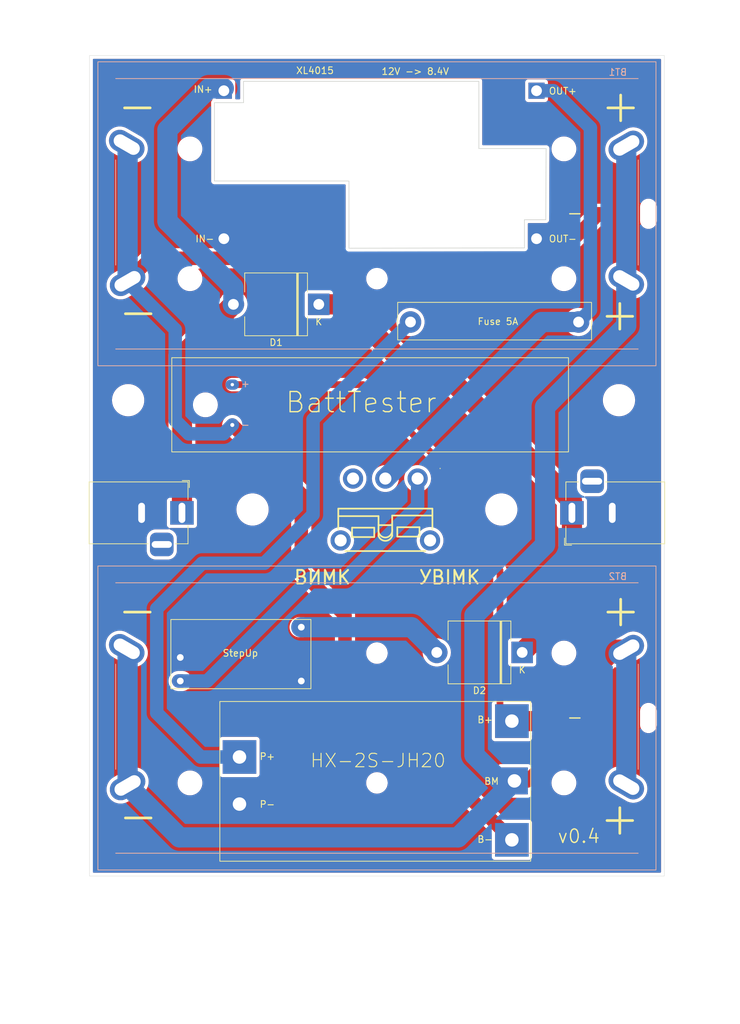
<source format=kicad_pcb>
(kicad_pcb (version 20240108) (generator "pcbnew") (generator_version "8.0")
  (layers (0 "F.Cu" signal) (31 "B.Cu" signal) (34 "B.Paste" user) (35 "F.Paste" user) (36 "B.SilkS" user "B.Silkscreen") (37 "F.SilkS" user "F.Silkscreen") (38 "B.Mask" user) (39 "F.Mask" user) (44 "Edge.Cuts" user))
  (net 0 "")
  (net 1 "Net-(BT1-+)")
  (net 2 "Net-(BT1--)")
  (net 3 "Net-(BT2-+)")
  (net 4 "Net-(D1-A)")
  (net 5 "Net-(D1-K)")
  (net 6 "Net-(D2-A)")
  (net 7 "Net-(SW1-B)")
  (net 8 "Net-(U2-P+)")
  (net 9 "GND")
  (net 11 "Net-(SW1-A)")
  (footprint "Connector_BarrelJack:BarrelJack_Horizontal" (layer "F.Cu") (at 77 88.5)
    (property "Reference" "J1" (hide yes))
    (property "Value" "Barrel_Jack_MountingPin")
    (fp_line (start -13.8 -4.6) (end 0.9 -4.6) (stroke (width 0.12)) (layer "F.SilkS"))
    (fp_line (start -13.8 4.6) (end -13.8 -4.6) (stroke (width 0.12)) (layer "F.SilkS"))
    (fp_line (start -5 4.6) (end -13.8 4.6) (stroke (width 0.12)) (layer "F.SilkS"))
    (fp_line (start 0.05 -4.8) (end 1.1 -4.8) (stroke (width 0.12)) (layer "F.SilkS"))
    (fp_line (start 0.9 -4.6) (end 0.9 -2) (stroke (width 0.12)) (layer "F.SilkS"))
    (fp_line (start 0.9 1.9) (end 0.9 4.6) (stroke (width 0.12)) (layer "F.SilkS"))
    (fp_line (start 0.9 4.6) (end -1 4.6) (stroke (width 0.12)) (layer "F.SilkS"))
    (fp_line (start 1.1 -3.75) (end 1.1 -4.8) (stroke (width 0.12)) (layer "F.SilkS"))
    (pad "1" thru_hole rect (at 0 0) (size 3.5 3.5) (drill oval 1 3) (layers "*.Cu" "*.Mask") (net 4 "Net-(D1-A)"))
    (pad "2" thru_hole roundrect (at -6 0) (size 3 3.5) (drill oval 1 3) (layers "*.Cu" "*.Mask") (net 9 "GND"))
    (pad "3" thru_hole roundrect (at -3 4.7) (size 3.5 3.5) (drill oval 3 1) (layers "*.Cu" "*.Mask"))
  )
  (footprint "Diode_THT:D_P600_R-6_P12.70mm_Horizontal" (layer "F.Cu") (at 127.6 109.25 180)
    (property "Reference" "D2" (at 6.35 -5.67 360) (layer "F.SilkS"))
    (property "Value" "D")
    (fp_line (start 11.02 4.67) (end 11.02 1.84) (stroke (width 0.12)) (layer "F.SilkS"))
    (fp_line (start 11.02 -4.67) (end 11.02 -1.84) (stroke (width 0.12)) (layer "F.SilkS"))
    (fp_line (start 3.285 -4.67) (end 3.285 4.67) (stroke (width 0.12)) (layer "F.SilkS"))
    (fp_line (start 3.165 -4.67) (end 3.165 4.67) (stroke (width 0.12)) (layer "F.SilkS"))
    (fp_line (start 3.045 -4.67) (end 3.045 4.67) (stroke (width 0.12)) (layer "F.SilkS"))
    (fp_line (start 1.68 4.67) (end 11.02 4.67) (stroke (width 0.12)) (layer "F.SilkS"))
    (fp_line (start 1.68 1.84) (end 1.68 4.67) (stroke (width 0.12)) (layer "F.SilkS"))
    (fp_line (start 1.68 -1.84) (end 1.68 -4.67) (stroke (width 0.12)) (layer "F.SilkS"))
    (fp_line (start 1.68 -4.67) (end 11.02 -4.67) (stroke (width 0.12)) (layer "F.SilkS"))
    (fp_text user "K" (at 0 -2.6 360) (layer "F.SilkS"))
    (pad "1" thru_hole rect (at 0 0 180) (size 3.2 3.2) (drill 1.6) (layers "*.Cu" "*.Mask") (net 5 "Net-(D1-K)"))
    (pad "2" thru_hole oval (at 12.7 0 180) (size 3.2 3.2) (drill 1.6) (layers "*.Cu" "*.Mask") (net 6 "Net-(D2-A)"))
  )
  (footprint "MyFootprintsGlobal:BattTester" (layer "F.Cu") (at 84.4895 72.4365)
    (property "Reference" "J3" (hide yes))
    (property "Value" "Conn_01x02")
    (fp_rect (start -9 -7) (end 50 7) (stroke (width 0.12)) (fill none) (layer "F.SilkS"))
    (fp_text user "+" (at 2.667 -2.54 0) (layer "B.SilkS") (effects (justify left bottom mirror)))
    (fp_text user "-" (at 2.667 3.556 0) (layer "B.SilkS") (effects (justify left bottom mirror)))
    (fp_text user "BattTester" (at 7.747 1.397 0) (layer "F.SilkS") (effects (font (size 3 3) (thickness 0.2)) (justify left bottom)))
    (pad "" np_thru_hole circle (at -4 0) (size 3.2 3.2) (drill 3.2) (layers "F&B.Cu" "*.Mask"))
    (pad "1" smd oval (at 0 -3) (size 2 1.524) (layers "B.Cu" "B.Paste" "B.Mask") (net 3 "Net-(BT2-+)"))
    (pad "2" smd oval (at 0 3) (size 2 1.524) (layers "B.Cu" "B.Paste" "B.Mask") (net 2 "Net-(BT1--)"))
  )
  (footprint "Diode_THT:D_P600_R-6_P12.70mm_Horizontal" (layer "F.Cu") (at 97.35 57.5 180)
    (property "Reference" "D1" (at 6.35 -5.67 360) (layer "F.SilkS"))
    (property "Value" "D")
    (fp_line (start 11.02 4.67) (end 11.02 1.84) (stroke (width 0.12)) (layer "F.SilkS"))
    (fp_line (start 11.02 -4.67) (end 11.02 -1.84) (stroke (width 0.12)) (layer "F.SilkS"))
    (fp_line (start 3.285 -4.67) (end 3.285 4.67) (stroke (width 0.12)) (layer "F.SilkS"))
    (fp_line (start 3.165 -4.67) (end 3.165 4.67) (stroke (width 0.12)) (layer "F.SilkS"))
    (fp_line (start 3.045 -4.67) (end 3.045 4.67) (stroke (width 0.12)) (layer "F.SilkS"))
    (fp_line (start 1.68 4.67) (end 11.02 4.67) (stroke (width 0.12)) (layer "F.SilkS"))
    (fp_line (start 1.68 1.84) (end 1.68 4.67) (stroke (width 0.12)) (layer "F.SilkS"))
    (fp_line (start 1.68 -1.84) (end 1.68 -4.67) (stroke (width 0.12)) (layer "F.SilkS"))
    (fp_line (start 1.68 -4.67) (end 11.02 -4.67) (stroke (width 0.12)) (layer "F.SilkS"))
    (fp_text user "K" (at 0 -2.6 360) (layer "F.SilkS"))
    (pad "1" thru_hole rect (at 0 0 180) (size 3.2 3.2) (drill 1.6) (layers "*.Cu" "*.Mask") (net 5 "Net-(D1-K)"))
    (pad "2" thru_hole oval (at 12.7 0 180) (size 3.2 3.2) (drill 1.6) (layers "*.Cu" "*.Mask") (net 4 "Net-(D1-A)"))
  )
  (footprint "MyFootprintsGlobal:HX-2S-JH20" (layer "F.Cu") (at 85.557 124.7985)
    (property "Reference" "U2" (hide yes))
    (property "Value" "~")
    (fp_rect (start -2.921 -8.25) (end 43.307 15.494) (stroke (width 0.12)) (fill none) (layer "F.SilkS"))
    (fp_text user "HX-2S-JH20" (at 10.414 1.7015 0) (layer "F.SilkS") (effects (font (size 2 2)) (justify left bottom)))
    (fp_text user "B-" (at 35.306 12.827 0) (layer "F.SilkS") (effects (justify left bottom)))
    (fp_text user "P-" (at 2.921 7.62 0) (layer "F.SilkS") (effects (justify left bottom)))
    (fp_text user "BM" (at 36.322 4.191 0) (layer "F.SilkS") (effects (justify left bottom)))
    (fp_text user "B+" (at 35.306 -4.953 0) (layer "F.SilkS") (effects (justify left bottom)))
    (fp_text user "P+" (at 2.921 0.508 0) (layer "F.SilkS") (effects (justify left bottom)))
    (pad "1" thru_hole rect (at 40.513 12.319) (size 5 5) (drill 2) (layers "*.Cu" "*.Mask") (net 2 "Net-(BT1--)"))
    (pad "2" thru_hole rect (at 40.894 3.556) (size 4 4) (drill 2) (layers "*.Cu" "*.Mask") (net 1 "Net-(BT1-+)"))
    (pad "3" thru_hole rect (at 40.513 -5.334) (size 5 5) (drill 2) (layers "*.Cu" "*.Mask") (net 3 "Net-(BT2-+)"))
    (pad "4" thru_hole rect (at 0 7) (size 5 5) (drill 2) (layers "*.Cu" "*.Mask") (net 9 "GND"))
    (pad "5" thru_hole rect (at 0 0) (size 5 5) (drill 2) (layers "*.Cu" "*.Mask") (net 8 "Net-(U2-P+)"))
  )
  (footprint "MountingHole:MountingHole_4.3mm_M4" (layer "F.Cu") (at 142 71.75)
    (property "Reference" "H4" (hide yes))
    (property "Value" "MountingHole")
    (pad "" np_thru_hole circle (at 0 0) (size 4.3 4.3) (drill 4.3) (layers "*.Cu" "*.Mask"))
  )
  (footprint "MyFootprintsGlobal:XL4015_StepDown" (layer "F.Cu") (at 83.2355 25.741)
    (property "Reference" "U1" (hide yes))
    (property "Value" "~")
    (fp_line (start -1.397 13.415) (end -1.397 1.778) (stroke (width 0.1)) (layer "Edge.Cuts"))
    (fp_line (start -1.397 13.415) (end 18.603 13.415) (stroke (width 0.1)) (layer "Edge.Cuts"))
    (fp_line (start 2.921 -1.397) (end 2.921 1.778) (stroke (width 0.1)) (layer "Edge.Cuts"))
    (fp_line (start 2.921 -1.397) (end 37.926 -1.397) (stroke (width 0.1)) (layer "Edge.Cuts"))
    (fp_line (start 2.921 1.778) (end -1.397 1.778) (stroke (width 0.1)) (layer "Edge.Cuts"))
    (fp_line (start 18.603 13.415) (end 18.603 23.415) (stroke (width 0.1)) (layer "Edge.Cuts"))
    (fp_line (start 37.926 8.603) (end 37.926 -1.397) (stroke (width 0.1)) (layer "Edge.Cuts"))
    (fp_line (start 44.704 19.177) (end 47.879 19.177) (stroke (width 0.1)) (layer "Edge.Cuts"))
    (fp_line (start 44.704 23.368) (end 18.603 23.415) (stroke (width 0.1)) (layer "Edge.Cuts"))
    (fp_line (start 44.704 23.368) (end 44.704 19.177) (stroke (width 0.1)) (layer "Edge.Cuts"))
    (fp_line (start 47.926 8.603) (end 37.926 8.603) (stroke (width 0.1)) (layer "Edge.Cuts"))
    (fp_line (start 47.926 8.603) (end 47.879 19.177) (stroke (width 0.1)) (layer "Edge.Cuts"))
    (fp_text user "OUT-" (at 48.26 22.606 0) (layer "F.SilkS") (effects (justify left bottom)))
    (fp_text user "OUT+" (at 48.26 0.635 0) (layer "F.SilkS") (effects (justify left bottom)))
    (fp_text user "12V -> 8.4V" (at 23.368 -2.286 0) (layer "F.SilkS") (effects (justify left bottom)))
    (fp_text user "XL4015" (at 10.668 -2.413 0) (layer "F.SilkS") (effects (justify left bottom)))
    (fp_text user "IN+" (at -4.572 0.381 0) (layer "F.SilkS") (effects (justify left bottom)))
    (fp_text user "IN-" (at -4.318 22.606 0) (layer "F.SilkS") (effects (justify left bottom)))
    (pad "1" thru_hole rect (at 0 0) (size 2.4 2.4) (drill 1.6) (layers "*.Cu" "*.Mask") (net 4 "Net-(D1-A)"))
    (pad "2" thru_hole rect (at 0 22) (size 2.4 2.4) (drill 1.6) (layers "*.Cu" "*.Mask") (net 9 "GND"))
    (pad "3" thru_hole rect (at 46.5 0) (size 2.4 2.4) (drill 1.6) (layers "*.Cu" "*.Mask") (net 7 "Net-(SW1-B)"))
    (pad "4" thru_hole rect (at 46.5 22) (size 2.4 2.4) (drill 1.6) (layers "*.Cu" "*.Mask") (net 9 "GND"))
  )
  (footprint "MountingHole:MountingHole_4.3mm_M4" (layer "F.Cu") (at 87.5 88)
    (property "Reference" "H5" (hide yes))
    (property "Value" "MountingHole")
    (pad "" np_thru_hole circle (at 0 0) (size 4.3 4.3) (drill 4.3) (layers "*.Cu" "*.Mask"))
  )
  (footprint "MyFootprintsGlobal:StepUp12V" (layer "F.Cu") (at 76.75 105.5)
    (property "Reference" "U3" (hide yes))
    (property "Value" "~")
    (fp_rect (start -1.397 -1.143) (end 19.431 9.144) (stroke (width 0.12)) (fill none) (layer "F.SilkS"))
    (fp_text user "StepUp" (at 6.223 4.445 0) (layer "F.SilkS") (effects (justify left bottom)))
    (pad "1" thru_hole oval (at 0 8) (size 2.5 2) (drill 1) (layers "*.Cu" "*.Mask") (net 11 "Net-(SW1-A)"))
    (pad "2" thru_hole oval (at 0 4.5) (size 2.5 2) (drill 1) (layers "*.Cu" "*.Mask") (net 9 "GND"))
    (pad "3" thru_hole oval (at 18 0) (size 2.5 2) (drill 1) (layers "*.Cu" "*.Mask") (net 6 "Net-(D2-A)"))
    (pad "4" thru_hole oval (at 18 8) (size 2.5 2) (drill 1) (layers "*.Cu" "*.Mask") (net 9 "GND"))
  )
  (footprint "MountingHole:MountingHole_4.3mm_M4" (layer "F.Cu") (at 69 71.75)
    (property "Reference" "H3" (hide yes))
    (property "Value" "MountingHole")
    (pad "" np_thru_hole circle (at 0 0) (size 4.3 4.3) (drill 4.3) (layers "*.Cu" "*.Mask"))
  )
  (footprint "MyFootprintsGlobal:Fuse-5x20" (layer "F.Cu") (at 110.9905 60.127)
    (property "Reference" "F1" (hide yes))
    (property "Value" "Fuse")
    (fp_rect (start -1.905 -2.921) (end 26.924 2.667) (stroke (width 0.12)) (fill none) (layer "F.SilkS"))
    (fp_text user "Fuse 5A" (at 9.906 0.508 0) (layer "F.SilkS") (effects (justify left bottom)))
    (pad "1" thru_hole circle (at 0 0) (size 3.2 3.2) (drill 1.6) (layers "*.Cu" "*.Mask") (net 8 "Net-(U2-P+)"))
    (pad "2" thru_hole circle (at 25 0) (size 3.2 3.2) (drill 1.6) (layers "*.Cu" "*.Mask") (net 7 "Net-(SW1-B)"))
  )
  (footprint "MountingHole:MountingHole_4.3mm_M4" (layer "F.Cu") (at 124.5 88)
    (property "Reference" "H6" (hide yes))
    (property "Value" "MountingHole")
    (pad "" np_thru_hole circle (at 0 0) (size 4.3 4.3) (drill 4.3) (layers "*.Cu" "*.Mask"))
  )
  (footprint "JLC2KiCad:SW-TH_SS-12D11G5R" (layer "F.Cu") (at 107.25 88 180)
    (property "Reference" "SW1" (hide yes))
    (property "Value" "SW_SPDT")
    (fp_line (start 7.000025 0.129997) (end -7.000025 0.129997) (stroke (width 0.254)) (layer "F.SilkS"))
    (fp_line (start 7.000025 -2.904572) (end 7.000025 0.11999) (stroke (width 0.254)) (layer "F.SilkS"))
    (fp_line (start 4.95301 -2.702515) (end 4.95301 -4.099517) (stroke (width 0.254)) (layer "F.SilkS"))
    (fp_line (start 4.95301 -4.099517) (end 1.651003 -4.099517) (stroke (width 0.254)) (layer "F.SilkS"))
    (fp_line (start 1.651003 -2.702515) (end 4.95301 -2.702515) (stroke (width 0.254)) (layer "F.SilkS"))
    (fp_line (start 1.651003 -4.099517) (end 1.651003 -2.702515) (stroke (width 0.254)) (layer "F.SilkS"))
    (fp_line (start 1.016002 -0.988011) (end 7.000254 -0.988011) (stroke (width 0.254)) (layer "F.SilkS"))
    (fp_line (start 1.016002 -2.923495) (end 1.016002 -3.909017) (stroke (width 0.254)) (layer "F.SilkS"))
    (fp_line (start 1.016002 -3.147015) (end 1.016002 -0.988011) (stroke (width 0.254)) (layer "F.SilkS"))
    (fp_line (start -1.016002 -0.898882) (end -1.016002 -3.147015) (stroke (width 0.254)) (layer "F.SilkS"))
    (fp_line (start -1.016002 -2.326264) (end 1.016002 -2.326264) (stroke (width 0.254)) (layer "F.SilkS"))
    (fp_line (start -1.016002 -2.923165) (end -1.016002 -3.909017) (stroke (width 0.254)) (layer "F.SilkS"))
    (fp_line (start -1.016002 -3.909017) (end -1.016002 -3.909017) (stroke (width 0.254)) (layer "F.SilkS"))
    (fp_line (start -1.778004 -2.639014) (end -1.778004 -4.036017) (stroke (width 0.254)) (layer "F.SilkS"))
    (fp_line (start -1.778004 -4.036017) (end -5.08001 -4.036017) (stroke (width 0.254)) (layer "F.SilkS"))
    (fp_line (start -5.08001 -2.639014) (end -1.778004 -2.639014) (stroke (width 0.254)) (layer "F.SilkS"))
    (fp_line (start -5.08001 -4.036017) (end -5.08001 -2.639014) (stroke (width 0.254)) (layer "F.SilkS"))
    (fp_line (start -5.946507 -6.18001) (end 5.946507 -6.18001) (stroke (width 0.254)) (layer "F.SilkS"))
    (fp_line (start -7.000025 0.129997) (end -7.000025 -2.904572) (stroke (width 0.254)) (layer "F.SilkS"))
    (fp_line (start -7.000025 -0.898882) (end -1.016002 -0.898882) (stroke (width 0.254)) (layer "F.SilkS"))
    (fp_arc (start -1.016002 -3.147015) (mid 0 -4.163017) (end 1.016002 -3.147015) (stroke (width 0.254)) (layer "F.SilkS"))
    (fp_arc (start -1.016002 -3.909017) (mid 0 -4.65745) (end 1.016002 -3.909018) (stroke (width 0.254)) (layer "F.SilkS"))
    (fp_circle (center -8.14986 6.100127) (end -8.119888 6.100127) (stroke (width 0.059995)) (fill none) (layer "F.SilkS"))
    (pad "" thru_hole circle (at -6.649987 -4.599898 180) (size 3 3) (drill 1.8) (layers "*.Cu" "*.Mask"))
    (pad "" thru_hole circle (at 6.649987 -4.599898 180) (size 3 3) (drill 1.8) (layers "*.Cu" "*.Mask"))
    (pad "1" thru_hole circle (at -4.800102 4.6 180) (size 3 3) (drill 1.8) (layers "*.Cu" "*.Mask") (net 11 "Net-(SW1-A)"))
    (pad "2" thru_hole circle (at 0 4.6 180) (size 3 3) (drill 1.8) (layers "*.Cu" "*.Mask") (net 7 "Net-(SW1-B)"))
    (pad "3" thru_hole circle (at 4.800102 4.6 180) (size 3 3) (drill 1.8) (layers "*.Cu" "*.Mask"))
  )
  (footprint "Connector_BarrelJack:BarrelJack_Horizontal" (layer "F.Cu") (at 135 88.5 180)
    (property "Reference" "J2" (hide yes))
    (property "Value" "Barrel_Jack_MountingPin")
    (fp_line (start 1.1 -3.75) (end 1.1 -4.8) (stroke (width 0.12)) (layer "F.SilkS"))
    (fp_line (start 0.9 4.6) (end -1 4.6) (stroke (width 0.12)) (layer "F.SilkS"))
    (fp_line (start 0.9 1.9) (end 0.9 4.6) (stroke (width 0.12)) (layer "F.SilkS"))
    (fp_line (start 0.9 -4.6) (end 0.9 -2) (stroke (width 0.12)) (layer "F.SilkS"))
    (fp_line (start 0.05 -4.8) (end 1.1 -4.8) (stroke (width 0.12)) (layer "F.SilkS"))
    (fp_line (start -5 4.6) (end -13.8 4.6) (stroke (width 0.12)) (layer "F.SilkS"))
    (fp_line (start -13.8 4.6) (end -13.8 -4.6) (stroke (width 0.12)) (layer "F.SilkS"))
    (fp_line (start -13.8 -4.6) (end 0.9 -4.6) (stroke (width 0.12)) (layer "F.SilkS"))
    (pad "1" thru_hole rect (at 0 0 180) (size 3.5 3.5) (drill oval 1 3) (layers "*.Cu" "*.Mask") (net 5 "Net-(D1-K)"))
    (pad "2" thru_hole roundrect (at -6 0 180) (size 3 3.5) (drill oval 1 3) (layers "*.Cu" "*.Mask") (net 9 "GND"))
    (pad "3" thru_hole roundrect (at -3 4.7 180) (size 3.5 3.5) (drill oval 3 1) (layers "*.Cu" "*.Mask"))
  )
  (footprint "MyFootprintsGlobal:BAT_BK-18650-21700" (layer "B.Cu") (at 106 119 180)
    (property "Reference" "BT2" (at -35.825 21.045 0) (layer "B.SilkS") (effects (justify mirror)))
    (property "Value" "Battery_Cell")
    (fp_line (start 38.85 20.105) (end -38.85 20.105) (stroke (width 0.127)) (layer "B.SilkS"))
    (fp_line (start 38.85 -7.62) (end 38.862 8.001) (stroke (width 0.127)) (layer "B.SilkS"))
    (fp_line (start -38.85 -20.105) (end 38.85 -20.105) (stroke (width 0.127)) (layer "B.SilkS"))
    (fp_line (start -38.862 8.001) (end -38.85 -7.62) (stroke (width 0.127)) (layer "B.SilkS"))
    (fp_rect (start -41.5 22.595) (end 41.5 -22.595) (stroke (width 0.12)) (fill none) (layer "B.SilkS"))
    (fp_text user "+" (at -32.893 13.208 0) (layer "F.SilkS") (effects (font (size 5 5) (thickness 0.4)) (justify left bottom)))
    (fp_text user "-" (at 38.989 13.208 0) (layer "F.SilkS") (effects (font (size 5 5) (thickness 0.4)) (justify left bottom)))
    (fp_text user "+" (at -32.766 -17.78 0) (layer "F.SilkS") (effects (font (size 5 5) (thickness 0.4)) (justify left bottom)))
    (fp_text user "-" (at 38.862 -17.399 0) (layer "F.SilkS") (effects (font (size 5 5) (thickness 0.4)) (justify left bottom)))
    (fp_text user "-" (at -28.067 -1.016 0) (layer "F.SilkS") (effects (font (size 2 2) (thickness 0.2)) (justify left bottom)))
    (pad "" np_thru_hole oval (at -40.386 0 180) (size 2 4) (drill oval 2 4) (layers "F&B.Cu" "*.Mask"))
    (pad "" np_thru_hole circle (at -27.81 -9.65 180) (size 3.2 3.2) (drill 3.2) (layers "*.Cu" "*.Mask"))
    (pad "" np_thru_hole circle (at -27.81 9.65 180) (size 3.2 3.2) (drill 3.2) (layers "*.Cu" "*.Mask"))
    (pad "" np_thru_hole circle (at 0 -9.65 180) (size 2.7 2.7) (drill 2.7) (layers "F&B.Cu" "*.Mask"))
    (pad "" np_thru_hole circle (at 0 9.65 180) (size 2.7 2.7) (drill 2.7) (layers "F&B.Cu" "*.Mask"))
    (pad "" np_thru_hole circle (at 27.81 -9.65 180) (size 3.2 3.2) (drill 3.2) (layers "*.Cu" "*.Mask"))
    (pad "1" thru_hole oval (at -37.084 -9.906 60) (size 3.2 5.6) (drill oval 1.9 4.2) (layers "*.Cu" "*.Mask") (net 3 "Net-(BT2-+)"))
    (pad "1" thru_hole oval (at -37.084 10.16 120) (size 3.2 5.6) (drill oval 1.9 4.2) (layers "*.Cu" "*.Mask") (net 3 "Net-(BT2-+)"))
    (pad "2" smd roundrect (at -33 0 180) (size 3 2) (layers "F.Cu" "F.Paste" "F.Mask") (roundrect_rratio 0.125) (net 1 "Net-(BT1-+)"))
    (pad "2" thru_hole oval (at 37.084 -10.033 120) (size 3.2 5.6) (drill oval 1.9 4.2) (layers "*.Cu" "*.Mask") (net 1 "Net-(BT1-+)"))
    (pad "2" thru_hole oval (at 37.211 10.287 60) (size 3.2 5.6) (drill oval 1.9 4.2) (layers "*.Cu" "*.Mask") (net 1 "Net-(BT1-+)"))
  )
  (footprint "MyFootprintsGlobal:BAT_BK-18650-21700" (layer "B.Cu") (at 106 44.037 180)
    (property "Reference" "BT1" (at -35.825 21.045 0) (layer "B.SilkS") (effects (justify mirror)))
    (property "Value" "Battery_Cell")
    (fp_line (start 38.85 20.105) (end -38.85 20.105) (stroke (width 0.127)) (layer "B.SilkS"))
    (fp_line (start 38.85 -7.62) (end 38.862 8.001) (stroke (width 0.127)) (layer "B.SilkS"))
    (fp_line (start -38.85 -20.105) (end 38.85 -20.105) (stroke (width 0.127)) (layer "B.SilkS"))
    (fp_line (start -38.862 8.001) (end -38.85 -7.62) (stroke (width 0.127)) (layer "B.SilkS"))
    (fp_rect (start -41.5 22.595) (end 41.5 -22.595) (stroke (width 0.12)) (fill none) (layer "B.SilkS"))
    (fp_text user "-" (at 38.862 -17.399 0) (layer "F.SilkS") (effects (font (size 5 5) (thickness 0.4)) (justify left bottom)))
    (fp_text user "-" (at 38.989 13.208 0) (layer "F.SilkS") (effects (font (size 5 5) (thickness 0.4)) (justify left bottom)))
    (fp_text user "+" (at -32.766 -17.78 0) (layer "F.SilkS") (effects (font (size 5 5) (thickness 0.4)) (justify left bottom)))
    (fp_text user "-" (at -28.067 -1.016 0) (layer "F.SilkS") (effects (font (size 2 2) (thickness 0.2)) (justify left bottom)))
    (fp_text user "+" (at -32.893 13.208 0) (layer "F.SilkS") (effects (font (size 5 5) (thickness 0.4)) (justify left bottom)))
    (pad "" np_thru_hole oval (at -40.386 0 180) (size 2 4) (drill oval 2 4) (layers "F&B.Cu" "*.Mask"))
    (pad "" np_thru_hole circle (at -27.81 -9.65 180) (size 3.2 3.2) (drill 3.2) (layers "*.Cu" "*.Mask"))
    (pad "" np_thru_hole circle (at -27.81 9.65 180) (size 3.2 3.2) (drill 3.2) (layers "*.Cu" "*.Mask"))
    (pad "" np_thru_hole circle (at 0 -9.65 180) (size 2.7 2.7) (drill 2.7) (layers "F&B.Cu" "*.Mask"))
    (pad "" np_thru_hole circle (at 27.81 -9.65 180) (size 3.2 3.2) (drill 3.2) (layers "*.Cu" "*.Mask"))
    (pad "" np_thru_hole circle (at 27.81 9.65 180) (size 3.2 3.2) (drill 3.2) (layers "*.Cu" "*.Mask"))
    (pad "1" thru_hole oval (at -37.084 -9.906 60) (size 3.2 5.6) (drill oval 1.9 4.2) (layers "*.Cu" "*.Mask") (net 1 "Net-(BT1-+)"))
    (pad "1" thru_hole oval (at -37.084 10.16 120) (size 3.2 5.6) (drill oval 1.9 4.2) (layers "*.Cu" "*.Mask") (net 1 "Net-(BT1-+)"))
    (pad "2" smd roundrect (at -33 0 180) (size 3 2) (layers "F.Cu" "F.Paste" "F.Mask") (roundrect_rratio 0.125) (net 2 "Net-(BT1--)"))
    (pad "2" thru_hole oval (at 37.084 -10.033 120) (size 3.2 5.6) (drill oval 1.9 4.2) (layers "*.Cu" "*.Mask") (net 2 "Net-(BT1--)"))
    (pad "2" thru_hole oval (at 37.211 10.287 60) (size 3.2 5.6) (drill oval 1.9 4.2) (layers "*.Cu" "*.Mask") (net 2 "Net-(BT1--)"))
  )
  (gr_rect (start 63.25 20.5) (end 148.75 142.5) (stroke (width 0.05)) (fill none) (layer "Edge.Cuts"))
  (gr_text "УВІМК" (at 112 99.25 0) (layer "F.SilkS") (effects (font (size 2 2) (thickness 0.3) (bold yes)) (justify left bottom)))
  (gr_text "ВИМК" (at 93.5 99.25 0) (layer "F.SilkS") (effects (font (size 2 2) (thickness 0.3) (bold yes)) (justify left bottom)))
  (gr_text "v0.4" (at 132.75 137.75 0) (layer "F.SilkS") (effects (font (size 2 2) (thickness 0.2)) (justify left bottom)))
  (segment (start 68.916 108.84) (end 68.789 108.713) (width 3) (layer "F.Cu") (net 1))
  (segment (start 139 119) (end 137.75 119) (width 2) (layer "F.Cu") (net 1))
  (segment (start 137.75 119) (end 128.3955 128.3545) (width 2) (layer "F.Cu") (net 1))
  (segment (start 128.3955 128.3545) (end 126.451 128.3545) (width 2) (layer "F.Cu") (net 1))
  (segment (start 126.451 128.3545) (end 124.3545 128.3545) (width 3) (layer "B.Cu") (net 1))
  (segment (start 124.3545 128.3545) (end 120.5 124.5) (width 3) (layer "B.Cu") (net 1))
  (segment (start 120.5 124.5) (end 120.5 103.75) (width 3) (layer "B.Cu") (net 1))
  (segment (start 143.084 60.666) (end 143.084 53.943) (width 3) (layer "B.Cu") (net 1))
  (segment (start 131 93.25) (end 131 72.75) (width 3) (layer "B.Cu") (net 1))
  (segment (start 68.916 129.033) (end 76.633 136.75) (width 3) (layer "B.Cu") (net 1))
  (segment (start 68.916 129.033) (end 68.916 108.84) (width 3) (layer "B.Cu") (net 1))
  (segment (start 120.5 103.75) (end 131 93.25) (width 3) (layer "B.Cu") (net 1))
  (segment (start 131 72.75) (end 143.084 60.666) (width 3) (layer "B.Cu") (net 1))
  (segment (start 76.633 136.75) (end 118.0555 136.75) (width 3) (layer "B.Cu") (net 1))
  (segment (start 118.0555 136.75) (end 126.451 128.3545) (width 3) (layer "B.Cu") (net 1))
  (segment (start 143.084 53.943) (end 143.084 33.877) (width 3) (layer "B.Cu") (net 1))
  (segment (start 101.25 103.75) (end 94.75 97.25) (width 2) (layer "F.Cu") (net 2))
  (segment (start 94.75 97.25) (end 94.75 85.697) (width 2) (layer "F.Cu") (net 2))
  (segment (start 126.07 137.1175) (end 101.25 112.2975) (width 2) (layer "F.Cu") (net 2))
  (segment (start 72.331113 50.654887) (end 72.332226 50.656) (width 2) (layer "F.Cu") (net 2))
  (segment (start 94.75 85.697) (end 84.4895 75.4365) (width 2) (layer "F.Cu") (net 2))
  (segment (start 101.25 112.2975) (end 101.25 103.75) (width 2) (layer "F.Cu") (net 2))
  (segment (start 68.916 54.07) (end 72.331113 50.654887) (width 2) (layer "F.Cu") (net 2))
  (segment (start 72.332226 50.656) (end 132.381 50.656) (width 2) (layer "F.Cu") (net 2))
  (segment (start 68.916 33.877) (end 68.789 33.75) (width 3) (layer "F.Cu") (net 2))
  (segment (start 132.381 50.656) (end 139 44.037) (width 2) (layer "F.Cu") (net 2))
  (via (at 84.4895 75.4365) (size 1) (drill 0.6) (layers "F.Cu" "B.Cu") (net 2))
  (segment (start 78 76.75) (end 83.176 76.75) (width 2) (layer "B.Cu") (net 2))
  (segment (start 68.916 54.07) (end 68.916 33.877) (width 3) (layer "B.Cu") (net 2))
  (segment (start 68.916 54.166) (end 76 61.25) (width 2) (layer "B.Cu") (net 2))
  (segment (start 76 61.25) (end 76 74.75) (width 2) (layer "B.Cu") (net 2))
  (segment (start 68.916 54.07) (end 68.916 54.166) (width 2) (layer "B.Cu") (net 2))
  (segment (start 83.176 76.75) (end 84.4895 75.4365) (width 2) (layer "B.Cu") (net 2))
  (segment (start 76 74.75) (end 78 76.75) (width 2) (layer "B.Cu") (net 2))
  (segment (start 130.5355 119.4645) (end 126.07 119.4645) (width 3) (layer "F.Cu") (net 3))
  (segment (start 103.9365 69.4365) (end 84.4895 69.4365) (width 1) (layer "F.Cu") (net 3))
  (segment (start 143.084 108.84) (end 141.16 108.84) (width 3) (layer "F.Cu") (net 3))
  (segment (start 116.75 82.25) (end 103.9365 69.4365) (width 1) (layer "F.Cu") (net 3))
  (segment (start 126.07 119.4645) (end 124.3 117.6945) (width 1) (layer "F.Cu") (net 3))
  (segment (start 124.3 97.05) (end 116.75 89.5) (width 1) (layer "F.Cu") (net 3))
  (segment (start 116.75 89.5) (end 116.75 82.25) (width 1) (layer "F.Cu") (net 3))
  (segment (start 124.3 117.6945) (end 124.3 97.05) (width 1) (layer "F.Cu") (net 3))
  (segment (start 141.16 108.84) (end 130.5355 119.4645) (width 3) (layer "F.Cu") (net 3))
  (via (at 84.4895 69.4365) (size 1) (drill 0.5) (layers "F.Cu" "B.Cu") (net 3))
  (segment (start 143.084 128.906) (end 143.084 108.84) (width 3) (layer "B.Cu") (net 3))
  (segment (start 77 65.15) (end 84.65 57.5) (width 3) (layer "F.Cu") (net 4))
  (segment (start 77 88.5) (end 77 65.15) (width 3) (layer "F.Cu") (net 4))
  (segment (start 81.010073 25.392) (end 83.2355 25.392) (width 3) (layer "B.Cu") (net 4))
  (segment (start 74.84 45.1455) (end 74.84 31.562073) (width 3) (layer "B.Cu") (net 4))
  (segment (start 74.84 31.562073) (end 81.010073 25.392) (width 3) (layer "B.Cu") (net 4))
  (segment (start 84.65 54.9555) (end 74.84 45.1455) (width 3) (layer "B.Cu") (net 4))
  (segment (start 84.65 57.5) (end 84.65 54.9555) (width 3) (layer "B.Cu") (net 4))
  (segment (start 115.5 67.25) (end 135 86.75) (width 3) (layer "F.Cu") (net 5))
  (segment (start 97.35 57.5) (end 101.25 57.5) (width 3) (layer "F.Cu") (net 5))
  (segment (start 135 86.75) (end 135 88.5) (width 3) (layer "F.Cu") (net 5))
  (segment (start 135 88.5) (end 135 101.85) (width 3) (layer "F.Cu") (net 5))
  (segment (start 101.25 57.5) (end 111 67.25) (width 3) (layer "F.Cu") (net 5))
  (segment (start 111 67.25) (end 115.5 67.25) (width 3) (layer "F.Cu") (net 5))
  (segment (start 135 101.85) (end 127.6 109.25) (width 3) (layer "F.Cu") (net 5))
  (segment (start 111.15 105.5) (end 114.9 109.25) (width 3) (layer "B.Cu") (net 6))
  (segment (start 94.75 105.5) (end 111.15 105.5) (width 3) (layer "B.Cu") (net 6))
  (segment (start 137.75 58.3675) (end 137.75 31.25) (width 2) (layer "B.Cu") (net 7))
  (segment (start 137.75 31.25) (end 132.241 25.741) (width 2) (layer "B.Cu") (net 7))
  (segment (start 135.9905 60.127) (end 130.523 60.127) (width 3) (layer "B.Cu") (net 7))
  (segment (start 130.523 60.127) (end 107.25 83.4) (width 3) (layer "B.Cu") (net 7))
  (segment (start 135.9905 60.127) (end 137.75 58.3675) (width 2) (layer "B.Cu") (net 7))
  (segment (start 132.241 25.741) (end 129.7355 25.741) (width 2) (layer "B.Cu") (net 7))
  (segment (start 79.7985 124.7985) (end 73.25 118.25) (width 2) (layer "B.Cu") (net 8))
  (segment (start 96.5 88.75) (end 96.5 74.6175) (width 2) (layer "B.Cu") (net 8))
  (segment (start 73.25 118.25) (end 73.25 102.75) (width 2) (layer "B.Cu") (net 8))
  (segment (start 85.557 124.7985) (end 79.7985 124.7985) (width 2) (layer "B.Cu") (net 8))
  (segment (start 73.25 102.75) (end 80 96) (width 2) (layer "B.Cu") (net 8))
  (segment (start 80 96) (end 89.25 96) (width 2) (layer "B.Cu") (net 8))
  (segment (start 89.25 96) (end 96.5 88.75) (width 2) (layer "B.Cu") (net 8))
  (segment (start 96.5 74.6175) (end 110.9905 60.127) (width 2) (layer "B.Cu") (net 8))
  (segment (start 112.050102 87.449898) (end 112.050102 83.4) (width 2) (layer "B.Cu") (net 11))
  (segment (start 80.75 113.5) (end 96 98.25) (width 2) (layer "B.Cu") (net 11))
  (segment (start 101.25 98.25) (end 112.050102 87.449898) (width 2) (layer "B.Cu") (net 11))
  (segment (start 76.75 113.5) (end 80.75 113.5) (width 2) (layer "B.Cu") (net 11))
  (segment (start 96 98.25) (end 101.25 98.25) (width 2) (layer "B.Cu") (net 11))
  (zone (net 9) (net_name "GND") (layers "F&B.Cu") (connect_pads yes (clearance 0.5)) (min_thickness 0.25) (fill yes (thermal_gap 0.5) (thermal_bridge_width 0.5))
    (polygon (pts (xy 59.5 16) (xy 159.5 16) (xy 160 164.5) (xy 59 164)))
  )
)
</source>
